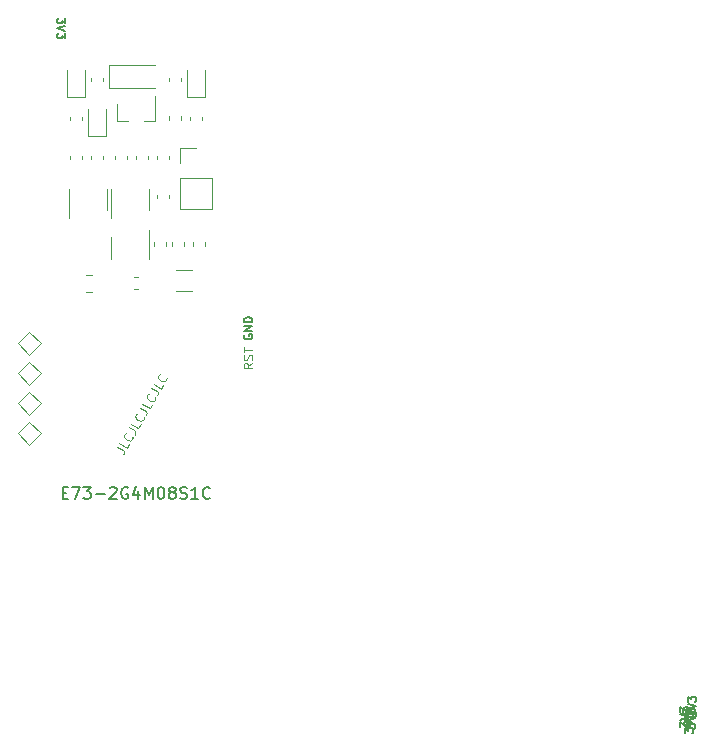
<source format=gbr>
G04 #@! TF.GenerationSoftware,KiCad,Pcbnew,(5.0.0)*
G04 #@! TF.CreationDate,2020-11-30T22:45:23-06:00*
G04 #@! TF.ProjectId,BlueMacro,426C75654D6163726F2E6B696361645F,rev?*
G04 #@! TF.SameCoordinates,Original*
G04 #@! TF.FileFunction,Legend,Top*
G04 #@! TF.FilePolarity,Positive*
%FSLAX46Y46*%
G04 Gerber Fmt 4.6, Leading zero omitted, Abs format (unit mm)*
G04 Created by KiCad (PCBNEW (5.0.0)) date 11/30/20 22:45:23*
%MOMM*%
%LPD*%
G01*
G04 APERTURE LIST*
%ADD10C,0.100000*%
%ADD11C,0.120000*%
%ADD12C,0.150000*%
G04 APERTURE END LIST*
D10*
X46680168Y-68453802D02*
X47144110Y-68721659D01*
X47219041Y-68806160D01*
X47245186Y-68903733D01*
X47222544Y-69014379D01*
X47186830Y-69076238D01*
X47686830Y-68210212D02*
X47508258Y-68519507D01*
X46858739Y-68144507D01*
X47964256Y-67586838D02*
X47977329Y-67635624D01*
X47954687Y-67746270D01*
X47918972Y-67808129D01*
X47834471Y-67883060D01*
X47736898Y-67909205D01*
X47657182Y-67904420D01*
X47515607Y-67863921D01*
X47422819Y-67810350D01*
X47316958Y-67707992D01*
X47272956Y-67641348D01*
X47246811Y-67543775D01*
X47269453Y-67433129D01*
X47305168Y-67371270D01*
X47389669Y-67296339D01*
X47438455Y-67283266D01*
X47644453Y-66783610D02*
X48108396Y-67051467D01*
X48183327Y-67135968D01*
X48209471Y-67233541D01*
X48186830Y-67344187D01*
X48151115Y-67406046D01*
X48651115Y-66540020D02*
X48472544Y-66849315D01*
X47823025Y-66474315D01*
X48928542Y-65916646D02*
X48941614Y-65965433D01*
X48918972Y-66076078D01*
X48883258Y-66137937D01*
X48798757Y-66212868D01*
X48701184Y-66239013D01*
X48621468Y-66234228D01*
X48479893Y-66193729D01*
X48387104Y-66140158D01*
X48281244Y-66037800D01*
X48237242Y-65971156D01*
X48211097Y-65873583D01*
X48233739Y-65762937D01*
X48269453Y-65701078D01*
X48353954Y-65626147D01*
X48402741Y-65613075D01*
X48608739Y-65113418D02*
X49072681Y-65381275D01*
X49147613Y-65465776D01*
X49173757Y-65563349D01*
X49151115Y-65673995D01*
X49115401Y-65735854D01*
X49615401Y-64869829D02*
X49436830Y-65179123D01*
X48787310Y-64804123D01*
X49892828Y-64246454D02*
X49905900Y-64295241D01*
X49883258Y-64405886D01*
X49847544Y-64467745D01*
X49763043Y-64542677D01*
X49665470Y-64568821D01*
X49585754Y-64564036D01*
X49444179Y-64523537D01*
X49351390Y-64469966D01*
X49245529Y-64367608D01*
X49201528Y-64300964D01*
X49175383Y-64203391D01*
X49198025Y-64092745D01*
X49233739Y-64030886D01*
X49318240Y-63955955D01*
X49367027Y-63942883D01*
X49573025Y-63443226D02*
X50036967Y-63711083D01*
X50111898Y-63795584D01*
X50138043Y-63893158D01*
X50115401Y-64003803D01*
X50079687Y-64065662D01*
X50579687Y-63199637D02*
X50401115Y-63508931D01*
X49751596Y-63133931D01*
X50857113Y-62576262D02*
X50870186Y-62625049D01*
X50847544Y-62735694D01*
X50811830Y-62797553D01*
X50727329Y-62872485D01*
X50629755Y-62898629D01*
X50550039Y-62893845D01*
X50408464Y-62853346D01*
X50315676Y-62799774D01*
X50209815Y-62697416D01*
X50165813Y-62630772D01*
X50139669Y-62533199D01*
X50162310Y-62422553D01*
X50198025Y-62360694D01*
X50282526Y-62285763D01*
X50331312Y-62272691D01*
X58124285Y-61370714D02*
X57767142Y-61620714D01*
X58124285Y-61799285D02*
X57374285Y-61799285D01*
X57374285Y-61513571D01*
X57410000Y-61442142D01*
X57445714Y-61406428D01*
X57517142Y-61370714D01*
X57624285Y-61370714D01*
X57695714Y-61406428D01*
X57731428Y-61442142D01*
X57767142Y-61513571D01*
X57767142Y-61799285D01*
X58088571Y-61085000D02*
X58124285Y-60977857D01*
X58124285Y-60799285D01*
X58088571Y-60727857D01*
X58052857Y-60692142D01*
X57981428Y-60656428D01*
X57910000Y-60656428D01*
X57838571Y-60692142D01*
X57802857Y-60727857D01*
X57767142Y-60799285D01*
X57731428Y-60942142D01*
X57695714Y-61013571D01*
X57660000Y-61049285D01*
X57588571Y-61085000D01*
X57517142Y-61085000D01*
X57445714Y-61049285D01*
X57410000Y-61013571D01*
X57374285Y-60942142D01*
X57374285Y-60763571D01*
X57410000Y-60656428D01*
X57374285Y-60442142D02*
X57374285Y-60013571D01*
X58124285Y-60227857D02*
X57374285Y-60227857D01*
D11*
G04 #@! TO.C,D1*
X46010000Y-36084000D02*
X46010000Y-38084000D01*
X46010000Y-38084000D02*
X49910000Y-38084000D01*
X46010000Y-36084000D02*
X49910000Y-36084000D01*
G04 #@! TO.C,J1*
X52010000Y-48320000D02*
X54670000Y-48320000D01*
X52010000Y-45720000D02*
X52010000Y-48320000D01*
X54670000Y-45720000D02*
X54670000Y-48320000D01*
X52010000Y-45720000D02*
X54670000Y-45720000D01*
X52010000Y-44450000D02*
X52010000Y-43120000D01*
X52010000Y-43120000D02*
X53340000Y-43120000D01*
G04 #@! TO.C,L1*
X44015922Y-53900000D02*
X44533078Y-53900000D01*
X44015922Y-55320000D02*
X44533078Y-55320000D01*
G04 #@! TO.C,Q1*
X46680000Y-40892000D02*
X47610000Y-40892000D01*
X49840000Y-40892000D02*
X48910000Y-40892000D01*
X49840000Y-40892000D02*
X49840000Y-38732000D01*
X46680000Y-40892000D02*
X46680000Y-39432000D01*
G04 #@! TO.C,U1*
X46142000Y-46598000D02*
X46142000Y-49048000D01*
X49362000Y-48398000D02*
X49362000Y-46598000D01*
G04 #@! TO.C,U3*
X46142000Y-50705000D02*
X46142000Y-52505000D01*
X49362000Y-52505000D02*
X49362000Y-50055000D01*
G04 #@! TO.C,Y1*
X51669000Y-55231000D02*
X53019000Y-55231000D01*
X51669000Y-53481000D02*
X53019000Y-53481000D01*
G04 #@! TO.C,TP1*
X38253051Y-59690000D02*
X39243000Y-58700051D01*
X39243000Y-58700051D02*
X40232949Y-59690000D01*
X40232949Y-59690000D02*
X39243000Y-60679949D01*
X39243000Y-60679949D02*
X38253051Y-59690000D01*
G04 #@! TO.C,TP2*
X39243000Y-63219949D02*
X38253051Y-62230000D01*
X40232949Y-62230000D02*
X39243000Y-63219949D01*
X39243000Y-61240051D02*
X40232949Y-62230000D01*
X38253051Y-62230000D02*
X39243000Y-61240051D01*
G04 #@! TO.C,TP3*
X38253051Y-64770000D02*
X39243000Y-63780051D01*
X39243000Y-63780051D02*
X40232949Y-64770000D01*
X40232949Y-64770000D02*
X39243000Y-65759949D01*
X39243000Y-65759949D02*
X38253051Y-64770000D01*
G04 #@! TO.C,TP4*
X39243000Y-68299949D02*
X38253051Y-67310000D01*
X40232949Y-67310000D02*
X39243000Y-68299949D01*
X39243000Y-66320051D02*
X40232949Y-67310000D01*
X38253051Y-67310000D02*
X39243000Y-66320051D01*
G04 #@! TO.C,U5*
X45806000Y-48398000D02*
X45806000Y-46598000D01*
X42586000Y-46598000D02*
X42586000Y-49048000D01*
G04 #@! TO.C,C1*
X54104000Y-51445279D02*
X54104000Y-51119721D01*
X53084000Y-51445279D02*
X53084000Y-51119721D01*
G04 #@! TO.C,C2*
X51306000Y-51445279D02*
X51306000Y-51119721D01*
X52326000Y-51445279D02*
X52326000Y-51119721D01*
G04 #@! TO.C,C3*
X50802000Y-51119721D02*
X50802000Y-51445279D01*
X49782000Y-51119721D02*
X49782000Y-51445279D01*
G04 #@! TO.C,C4*
X50036000Y-44104779D02*
X50036000Y-43779221D01*
X51056000Y-44104779D02*
X51056000Y-43779221D01*
G04 #@! TO.C,C5*
X48397279Y-54100000D02*
X48071721Y-54100000D01*
X48397279Y-55120000D02*
X48071721Y-55120000D01*
G04 #@! TO.C,C6*
X47500000Y-44104779D02*
X47500000Y-43779221D01*
X46480000Y-44104779D02*
X46480000Y-43779221D01*
G04 #@! TO.C,D2*
X44223000Y-39840000D02*
X44223000Y-42125000D01*
X44223000Y-42125000D02*
X45693000Y-42125000D01*
X45693000Y-42125000D02*
X45693000Y-39840000D01*
G04 #@! TO.C,D3*
X43915000Y-38823000D02*
X43915000Y-36538000D01*
X42445000Y-38823000D02*
X43915000Y-38823000D01*
X42445000Y-36538000D02*
X42445000Y-38823000D01*
G04 #@! TO.C,D4*
X52605000Y-36538000D02*
X52605000Y-38823000D01*
X52605000Y-38823000D02*
X54075000Y-38823000D01*
X54075000Y-38823000D02*
X54075000Y-36538000D01*
G04 #@! TO.C,R1*
X52072000Y-40451721D02*
X52072000Y-40777279D01*
X51052000Y-40451721D02*
X51052000Y-40777279D01*
G04 #@! TO.C,R2*
X43690000Y-43779221D02*
X43690000Y-44104779D01*
X42670000Y-43779221D02*
X42670000Y-44104779D01*
G04 #@! TO.C,R3*
X45468000Y-44104779D02*
X45468000Y-43779221D01*
X44448000Y-44104779D02*
X44448000Y-43779221D01*
G04 #@! TO.C,R4*
X49278000Y-43779221D02*
X49278000Y-44104779D01*
X48258000Y-43779221D02*
X48258000Y-44104779D01*
G04 #@! TO.C,R5*
X50036000Y-47081221D02*
X50036000Y-47406779D01*
X51056000Y-47081221D02*
X51056000Y-47406779D01*
G04 #@! TO.C,R6*
X45468000Y-37175221D02*
X45468000Y-37500779D01*
X44448000Y-37175221D02*
X44448000Y-37500779D01*
G04 #@! TO.C,R7*
X42670000Y-40802779D02*
X42670000Y-40477221D01*
X43690000Y-40802779D02*
X43690000Y-40477221D01*
G04 #@! TO.C,R8*
X53850000Y-40802779D02*
X53850000Y-40477221D01*
X52830000Y-40802779D02*
X52830000Y-40477221D01*
G04 #@! TO.C,R9*
X51052000Y-37175221D02*
X51052000Y-37500779D01*
X52072000Y-37175221D02*
X52072000Y-37500779D01*
G04 #@! TO.C,*
D12*
X94358666Y-92179666D02*
X94358666Y-91746333D01*
X94625333Y-91979666D01*
X94625333Y-91879666D01*
X94658666Y-91813000D01*
X94692000Y-91779666D01*
X94758666Y-91746333D01*
X94925333Y-91746333D01*
X94992000Y-91779666D01*
X95025333Y-91813000D01*
X95058666Y-91879666D01*
X95058666Y-92079666D01*
X95025333Y-92146333D01*
X94992000Y-92179666D01*
X94358666Y-91546333D02*
X95058666Y-91313000D01*
X94358666Y-91079666D01*
X94358666Y-90913000D02*
X94358666Y-90479666D01*
X94625333Y-90713000D01*
X94625333Y-90613000D01*
X94658666Y-90546333D01*
X94692000Y-90513000D01*
X94758666Y-90479666D01*
X94925333Y-90479666D01*
X94992000Y-90513000D01*
X95025333Y-90546333D01*
X95058666Y-90613000D01*
X95058666Y-90813000D01*
X95025333Y-90879666D01*
X94992000Y-90913000D01*
X95252333Y-91052666D02*
X95252333Y-90719333D01*
X94919000Y-90686000D01*
X94952333Y-90719333D01*
X94985666Y-90786000D01*
X94985666Y-90952666D01*
X94952333Y-91019333D01*
X94919000Y-91052666D01*
X94852333Y-91086000D01*
X94685666Y-91086000D01*
X94619000Y-91052666D01*
X94585666Y-91019333D01*
X94552333Y-90952666D01*
X94552333Y-90786000D01*
X94585666Y-90719333D01*
X94619000Y-90686000D01*
X95252333Y-91286000D02*
X94552333Y-91519333D01*
X95252333Y-91752666D01*
X94993666Y-91290666D02*
X94993666Y-90857333D01*
X95260333Y-91090666D01*
X95260333Y-90990666D01*
X95293666Y-90924000D01*
X95327000Y-90890666D01*
X95393666Y-90857333D01*
X95560333Y-90857333D01*
X95627000Y-90890666D01*
X95660333Y-90924000D01*
X95693666Y-90990666D01*
X95693666Y-91190666D01*
X95660333Y-91257333D01*
X95627000Y-91290666D01*
X94993666Y-90657333D02*
X95693666Y-90424000D01*
X94993666Y-90190666D01*
X94993666Y-90024000D02*
X94993666Y-89590666D01*
X95260333Y-89824000D01*
X95260333Y-89724000D01*
X95293666Y-89657333D01*
X95327000Y-89624000D01*
X95393666Y-89590666D01*
X95560333Y-89590666D01*
X95627000Y-89624000D01*
X95660333Y-89657333D01*
X95693666Y-89724000D01*
X95693666Y-89924000D01*
X95660333Y-89990666D01*
X95627000Y-90024000D01*
X94866666Y-92306666D02*
X94866666Y-91873333D01*
X95133333Y-92106666D01*
X95133333Y-92006666D01*
X95166666Y-91940000D01*
X95200000Y-91906666D01*
X95266666Y-91873333D01*
X95433333Y-91873333D01*
X95500000Y-91906666D01*
X95533333Y-91940000D01*
X95566666Y-92006666D01*
X95566666Y-92206666D01*
X95533333Y-92273333D01*
X95500000Y-92306666D01*
X94866666Y-91673333D02*
X95566666Y-91440000D01*
X94866666Y-91206666D01*
X94866666Y-91040000D02*
X94866666Y-90606666D01*
X95133333Y-90840000D01*
X95133333Y-90740000D01*
X95166666Y-90673333D01*
X95200000Y-90640000D01*
X95266666Y-90606666D01*
X95433333Y-90606666D01*
X95500000Y-90640000D01*
X95533333Y-90673333D01*
X95566666Y-90740000D01*
X95566666Y-90940000D01*
X95533333Y-91006666D01*
X95500000Y-91040000D01*
X57435000Y-58953333D02*
X57401666Y-59020000D01*
X57401666Y-59120000D01*
X57435000Y-59220000D01*
X57501666Y-59286666D01*
X57568333Y-59320000D01*
X57701666Y-59353333D01*
X57801666Y-59353333D01*
X57935000Y-59320000D01*
X58001666Y-59286666D01*
X58068333Y-59220000D01*
X58101666Y-59120000D01*
X58101666Y-59053333D01*
X58068333Y-58953333D01*
X58035000Y-58920000D01*
X57801666Y-58920000D01*
X57801666Y-59053333D01*
X58101666Y-58620000D02*
X57401666Y-58620000D01*
X58101666Y-58220000D01*
X57401666Y-58220000D01*
X58101666Y-57886666D02*
X57401666Y-57886666D01*
X57401666Y-57720000D01*
X57435000Y-57620000D01*
X57501666Y-57553333D01*
X57568333Y-57520000D01*
X57701666Y-57486666D01*
X57801666Y-57486666D01*
X57935000Y-57520000D01*
X58001666Y-57553333D01*
X58068333Y-57620000D01*
X58101666Y-57720000D01*
X58101666Y-57886666D01*
X94739666Y-92687666D02*
X94739666Y-92254333D01*
X95006333Y-92487666D01*
X95006333Y-92387666D01*
X95039666Y-92321000D01*
X95073000Y-92287666D01*
X95139666Y-92254333D01*
X95306333Y-92254333D01*
X95373000Y-92287666D01*
X95406333Y-92321000D01*
X95439666Y-92387666D01*
X95439666Y-92587666D01*
X95406333Y-92654333D01*
X95373000Y-92687666D01*
X94739666Y-92054333D02*
X95439666Y-91821000D01*
X94739666Y-91587666D01*
X94739666Y-91421000D02*
X94739666Y-90987666D01*
X95006333Y-91221000D01*
X95006333Y-91121000D01*
X95039666Y-91054333D01*
X95073000Y-91021000D01*
X95139666Y-90987666D01*
X95306333Y-90987666D01*
X95373000Y-91021000D01*
X95406333Y-91054333D01*
X95439666Y-91121000D01*
X95439666Y-91321000D01*
X95406333Y-91387666D01*
X95373000Y-91421000D01*
G04 #@! TO.C,U4*
X42293333Y-32153333D02*
X42293333Y-32586666D01*
X42026666Y-32353333D01*
X42026666Y-32453333D01*
X41993333Y-32520000D01*
X41960000Y-32553333D01*
X41893333Y-32586666D01*
X41726666Y-32586666D01*
X41660000Y-32553333D01*
X41626666Y-32520000D01*
X41593333Y-32453333D01*
X41593333Y-32253333D01*
X41626666Y-32186666D01*
X41660000Y-32153333D01*
X42293333Y-32786666D02*
X41593333Y-33020000D01*
X42293333Y-33253333D01*
X42293333Y-33420000D02*
X42293333Y-33853333D01*
X42026666Y-33620000D01*
X42026666Y-33720000D01*
X41993333Y-33786666D01*
X41960000Y-33820000D01*
X41893333Y-33853333D01*
X41726666Y-33853333D01*
X41660000Y-33820000D01*
X41626666Y-33786666D01*
X41593333Y-33720000D01*
X41593333Y-33520000D01*
X41626666Y-33453333D01*
X41660000Y-33420000D01*
G04 #@! TO.C,U2*
X42045714Y-72318571D02*
X42379047Y-72318571D01*
X42521904Y-72842380D02*
X42045714Y-72842380D01*
X42045714Y-71842380D01*
X42521904Y-71842380D01*
X42855238Y-71842380D02*
X43521904Y-71842380D01*
X43093333Y-72842380D01*
X43807619Y-71842380D02*
X44426666Y-71842380D01*
X44093333Y-72223333D01*
X44236190Y-72223333D01*
X44331428Y-72270952D01*
X44379047Y-72318571D01*
X44426666Y-72413809D01*
X44426666Y-72651904D01*
X44379047Y-72747142D01*
X44331428Y-72794761D01*
X44236190Y-72842380D01*
X43950476Y-72842380D01*
X43855238Y-72794761D01*
X43807619Y-72747142D01*
X44855238Y-72461428D02*
X45617142Y-72461428D01*
X46045714Y-71937619D02*
X46093333Y-71890000D01*
X46188571Y-71842380D01*
X46426666Y-71842380D01*
X46521904Y-71890000D01*
X46569523Y-71937619D01*
X46617142Y-72032857D01*
X46617142Y-72128095D01*
X46569523Y-72270952D01*
X45998095Y-72842380D01*
X46617142Y-72842380D01*
X47569523Y-71890000D02*
X47474285Y-71842380D01*
X47331428Y-71842380D01*
X47188571Y-71890000D01*
X47093333Y-71985238D01*
X47045714Y-72080476D01*
X46998095Y-72270952D01*
X46998095Y-72413809D01*
X47045714Y-72604285D01*
X47093333Y-72699523D01*
X47188571Y-72794761D01*
X47331428Y-72842380D01*
X47426666Y-72842380D01*
X47569523Y-72794761D01*
X47617142Y-72747142D01*
X47617142Y-72413809D01*
X47426666Y-72413809D01*
X48474285Y-72175714D02*
X48474285Y-72842380D01*
X48236190Y-71794761D02*
X47998095Y-72509047D01*
X48617142Y-72509047D01*
X48998095Y-72842380D02*
X48998095Y-71842380D01*
X49331428Y-72556666D01*
X49664761Y-71842380D01*
X49664761Y-72842380D01*
X50331428Y-71842380D02*
X50426666Y-71842380D01*
X50521904Y-71890000D01*
X50569523Y-71937619D01*
X50617142Y-72032857D01*
X50664761Y-72223333D01*
X50664761Y-72461428D01*
X50617142Y-72651904D01*
X50569523Y-72747142D01*
X50521904Y-72794761D01*
X50426666Y-72842380D01*
X50331428Y-72842380D01*
X50236190Y-72794761D01*
X50188571Y-72747142D01*
X50140952Y-72651904D01*
X50093333Y-72461428D01*
X50093333Y-72223333D01*
X50140952Y-72032857D01*
X50188571Y-71937619D01*
X50236190Y-71890000D01*
X50331428Y-71842380D01*
X51236190Y-72270952D02*
X51140952Y-72223333D01*
X51093333Y-72175714D01*
X51045714Y-72080476D01*
X51045714Y-72032857D01*
X51093333Y-71937619D01*
X51140952Y-71890000D01*
X51236190Y-71842380D01*
X51426666Y-71842380D01*
X51521904Y-71890000D01*
X51569523Y-71937619D01*
X51617142Y-72032857D01*
X51617142Y-72080476D01*
X51569523Y-72175714D01*
X51521904Y-72223333D01*
X51426666Y-72270952D01*
X51236190Y-72270952D01*
X51140952Y-72318571D01*
X51093333Y-72366190D01*
X51045714Y-72461428D01*
X51045714Y-72651904D01*
X51093333Y-72747142D01*
X51140952Y-72794761D01*
X51236190Y-72842380D01*
X51426666Y-72842380D01*
X51521904Y-72794761D01*
X51569523Y-72747142D01*
X51617142Y-72651904D01*
X51617142Y-72461428D01*
X51569523Y-72366190D01*
X51521904Y-72318571D01*
X51426666Y-72270952D01*
X51998095Y-72794761D02*
X52140952Y-72842380D01*
X52379047Y-72842380D01*
X52474285Y-72794761D01*
X52521904Y-72747142D01*
X52569523Y-72651904D01*
X52569523Y-72556666D01*
X52521904Y-72461428D01*
X52474285Y-72413809D01*
X52379047Y-72366190D01*
X52188571Y-72318571D01*
X52093333Y-72270952D01*
X52045714Y-72223333D01*
X51998095Y-72128095D01*
X51998095Y-72032857D01*
X52045714Y-71937619D01*
X52093333Y-71890000D01*
X52188571Y-71842380D01*
X52426666Y-71842380D01*
X52569523Y-71890000D01*
X53521904Y-72842380D02*
X52950476Y-72842380D01*
X53236190Y-72842380D02*
X53236190Y-71842380D01*
X53140952Y-71985238D01*
X53045714Y-72080476D01*
X52950476Y-72128095D01*
X54521904Y-72747142D02*
X54474285Y-72794761D01*
X54331428Y-72842380D01*
X54236190Y-72842380D01*
X54093333Y-72794761D01*
X53998095Y-72699523D01*
X53950476Y-72604285D01*
X53902857Y-72413809D01*
X53902857Y-72270952D01*
X53950476Y-72080476D01*
X53998095Y-71985238D01*
X54093333Y-71890000D01*
X54236190Y-71842380D01*
X54331428Y-71842380D01*
X54474285Y-71890000D01*
X54521904Y-71937619D01*
G04 #@! TD*
M02*

</source>
